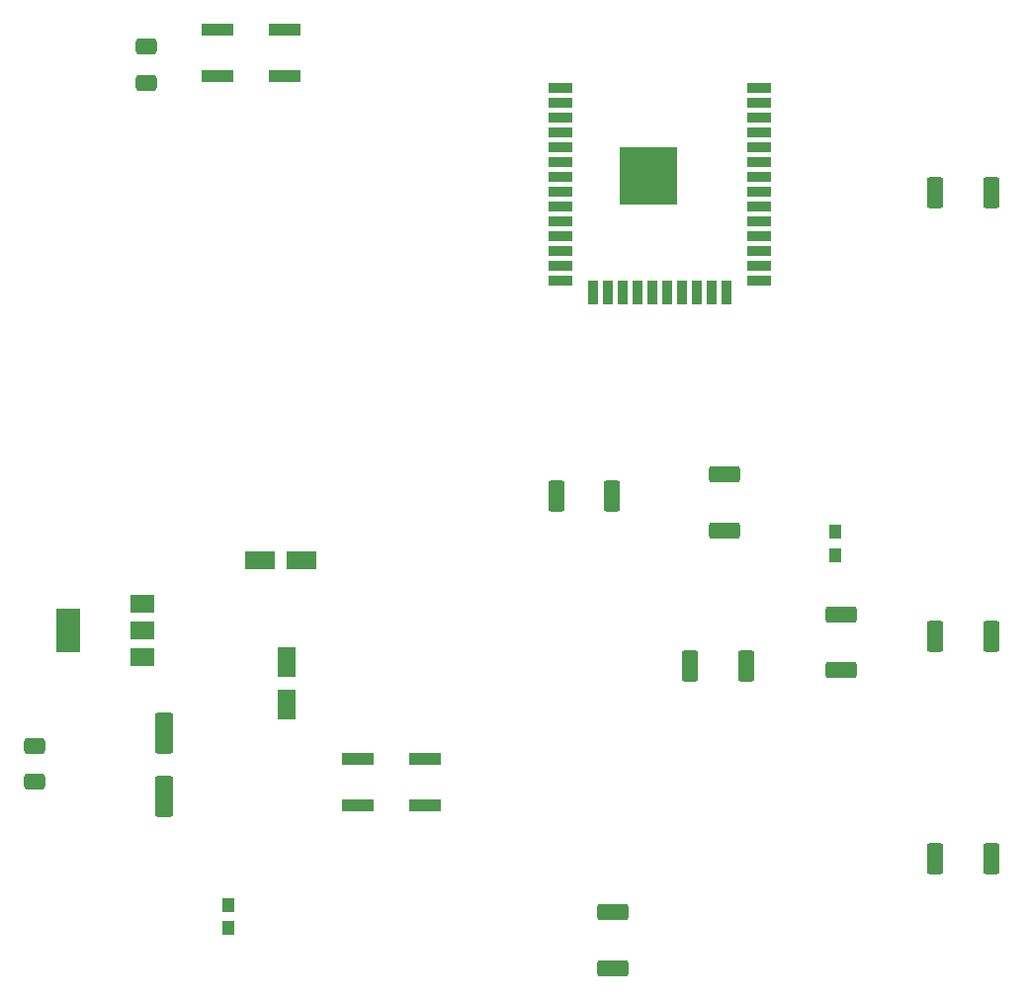
<source format=gbr>
%TF.GenerationSoftware,KiCad,Pcbnew,(6.0.7)*%
%TF.CreationDate,2022-10-25T10:47:54-05:00*%
%TF.ProjectId,Embebidos1,456d6265-6269-4646-9f73-312e6b696361,rev?*%
%TF.SameCoordinates,Original*%
%TF.FileFunction,Paste,Top*%
%TF.FilePolarity,Positive*%
%FSLAX46Y46*%
G04 Gerber Fmt 4.6, Leading zero omitted, Abs format (unit mm)*
G04 Created by KiCad (PCBNEW (6.0.7)) date 2022-10-25 10:47:54*
%MOMM*%
%LPD*%
G01*
G04 APERTURE LIST*
G04 Aperture macros list*
%AMRoundRect*
0 Rectangle with rounded corners*
0 $1 Rounding radius*
0 $2 $3 $4 $5 $6 $7 $8 $9 X,Y pos of 4 corners*
0 Add a 4 corners polygon primitive as box body*
4,1,4,$2,$3,$4,$5,$6,$7,$8,$9,$2,$3,0*
0 Add four circle primitives for the rounded corners*
1,1,$1+$1,$2,$3*
1,1,$1+$1,$4,$5*
1,1,$1+$1,$6,$7*
1,1,$1+$1,$8,$9*
0 Add four rect primitives between the rounded corners*
20,1,$1+$1,$2,$3,$4,$5,0*
20,1,$1+$1,$4,$5,$6,$7,0*
20,1,$1+$1,$6,$7,$8,$9,0*
20,1,$1+$1,$8,$9,$2,$3,0*%
G04 Aperture macros list end*
%ADD10RoundRect,0.250000X-0.650000X0.412500X-0.650000X-0.412500X0.650000X-0.412500X0.650000X0.412500X0*%
%ADD11R,5.000000X5.000000*%
%ADD12R,2.000000X0.900000*%
%ADD13R,0.900000X2.000000*%
%ADD14RoundRect,0.250000X0.550000X-1.050000X0.550000X1.050000X-0.550000X1.050000X-0.550000X-1.050000X0*%
%ADD15RoundRect,0.249999X1.075001X-0.450001X1.075001X0.450001X-1.075001X0.450001X-1.075001X-0.450001X0*%
%ADD16RoundRect,0.249999X-0.450001X-1.075001X0.450001X-1.075001X0.450001X1.075001X-0.450001X1.075001X0*%
%ADD17R,2.750000X1.000000*%
%ADD18RoundRect,0.249999X0.450001X1.075001X-0.450001X1.075001X-0.450001X-1.075001X0.450001X-1.075001X0*%
%ADD19RoundRect,0.250000X-1.050000X-0.550000X1.050000X-0.550000X1.050000X0.550000X-1.050000X0.550000X0*%
%ADD20RoundRect,0.250000X-0.550000X1.500000X-0.550000X-1.500000X0.550000X-1.500000X0.550000X1.500000X0*%
%ADD21R,2.000000X1.500000*%
%ADD22R,2.000000X3.800000*%
%ADD23R,1.000000X1.200000*%
%ADD24RoundRect,0.250000X0.650000X-0.412500X0.650000X0.412500X-0.650000X0.412500X-0.650000X-0.412500X0*%
G04 APERTURE END LIST*
D10*
%TO.C,C10*%
X41457600Y-89343900D03*
X41457600Y-92468900D03*
%TD*%
D11*
%TO.C,U4*%
X94000000Y-40495000D03*
D12*
X103500000Y-32995000D03*
X103500000Y-34265000D03*
X103500000Y-35535000D03*
X103500000Y-36805000D03*
X103500000Y-38075000D03*
X103500000Y-39345000D03*
X103500000Y-40615000D03*
X103500000Y-41885000D03*
X103500000Y-43155000D03*
X103500000Y-44425000D03*
X103500000Y-45695000D03*
X103500000Y-46965000D03*
X103500000Y-48235000D03*
X103500000Y-49505000D03*
D13*
X100715000Y-50505000D03*
X99445000Y-50505000D03*
X98175000Y-50505000D03*
X96905000Y-50505000D03*
X95635000Y-50505000D03*
X94365000Y-50505000D03*
X93095000Y-50505000D03*
X91825000Y-50505000D03*
X90555000Y-50505000D03*
X89285000Y-50505000D03*
D12*
X86500000Y-49505000D03*
X86500000Y-48235000D03*
X86500000Y-46965000D03*
X86500000Y-45695000D03*
X86500000Y-44425000D03*
X86500000Y-43155000D03*
X86500000Y-41885000D03*
X86500000Y-40615000D03*
X86500000Y-39345000D03*
X86500000Y-38075000D03*
X86500000Y-36805000D03*
X86500000Y-35535000D03*
X86500000Y-34265000D03*
X86500000Y-32995000D03*
%TD*%
D14*
%TO.C,C2*%
X63000000Y-85800000D03*
X63000000Y-82200000D03*
%TD*%
D15*
%TO.C,R11*%
X91000000Y-108400000D03*
X91000000Y-103600000D03*
%TD*%
D16*
%TO.C,R5*%
X118600000Y-80000000D03*
X123400000Y-80000000D03*
%TD*%
D15*
%TO.C,R2*%
X110500000Y-82900000D03*
X110500000Y-78100000D03*
%TD*%
%TO.C,R3*%
X100500000Y-70900000D03*
X100500000Y-66100000D03*
%TD*%
D17*
%TO.C,SW1*%
X69120000Y-90500000D03*
X74880000Y-90500000D03*
X74880000Y-94500000D03*
X69120000Y-94500000D03*
%TD*%
D18*
%TO.C,R7*%
X102400000Y-82500000D03*
X97600000Y-82500000D03*
%TD*%
D19*
%TO.C,C4*%
X60700000Y-73500000D03*
X64300000Y-73500000D03*
%TD*%
D20*
%TO.C,C3*%
X52500000Y-88300000D03*
X52500000Y-93700000D03*
%TD*%
D16*
%TO.C,R4*%
X118600000Y-99000000D03*
X123400000Y-99000000D03*
%TD*%
D21*
%TO.C,U1*%
X50650000Y-81800000D03*
X50650000Y-79500000D03*
D22*
X44350000Y-79500000D03*
D21*
X50650000Y-77200000D03*
%TD*%
D23*
%TO.C,USERLED1*%
X110000000Y-71000000D03*
X110000000Y-73000000D03*
%TD*%
D17*
%TO.C,SW2*%
X62880000Y-28000000D03*
X57120000Y-28000000D03*
X62880000Y-32000000D03*
X57120000Y-32000000D03*
%TD*%
D23*
%TO.C,LEDON1*%
X58000000Y-103000000D03*
X58000000Y-105000000D03*
%TD*%
D24*
%TO.C,C1*%
X51000000Y-32562500D03*
X51000000Y-29437500D03*
%TD*%
D18*
%TO.C,R1*%
X90900000Y-68000000D03*
X86100000Y-68000000D03*
%TD*%
%TO.C,R6*%
X123400000Y-42000000D03*
X118600000Y-42000000D03*
%TD*%
M02*

</source>
